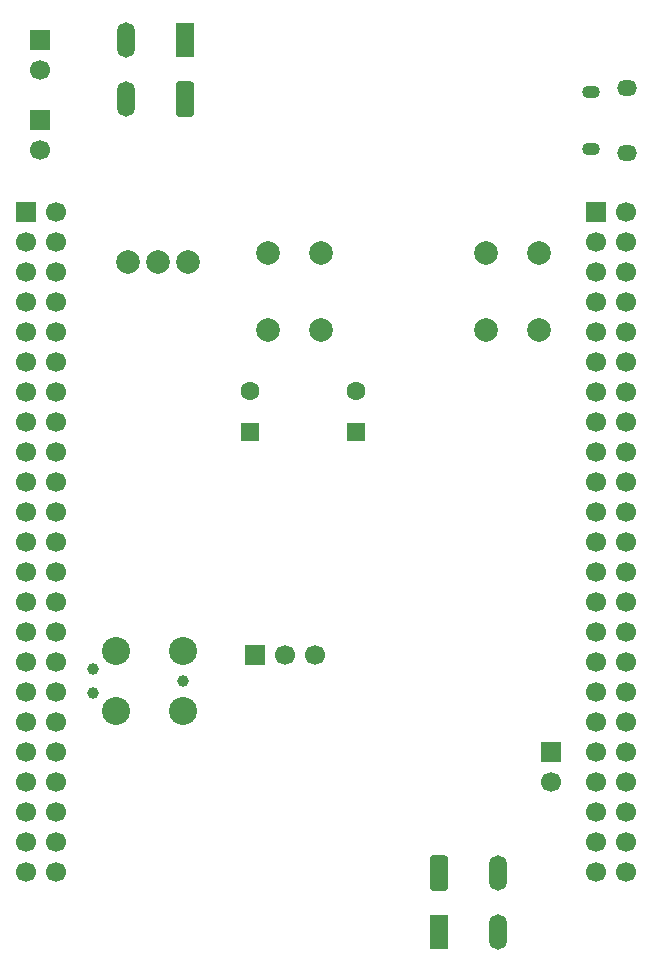
<source format=gbr>
%TF.GenerationSoftware,KiCad,Pcbnew,9.0.6+1*%
%TF.CreationDate,2025-12-05T21:38:12+00:00*%
%TF.ProjectId,com4bbb,636f6d34-6262-4622-9e6b-696361645f70,0.2*%
%TF.SameCoordinates,Original*%
%TF.FileFunction,Soldermask,Bot*%
%TF.FilePolarity,Negative*%
%FSLAX46Y46*%
G04 Gerber Fmt 4.6, Leading zero omitted, Abs format (unit mm)*
G04 Created by KiCad (PCBNEW 9.0.6+1) date 2025-12-05 21:38:12*
%MOMM*%
%LPD*%
G01*
G04 APERTURE LIST*
G04 Aperture macros list*
%AMRoundRect*
0 Rectangle with rounded corners*
0 $1 Rounding radius*
0 $2 $3 $4 $5 $6 $7 $8 $9 X,Y pos of 4 corners*
0 Add a 4 corners polygon primitive as box body*
4,1,4,$2,$3,$4,$5,$6,$7,$8,$9,$2,$3,0*
0 Add four circle primitives for the rounded corners*
1,1,$1+$1,$2,$3*
1,1,$1+$1,$4,$5*
1,1,$1+$1,$6,$7*
1,1,$1+$1,$8,$9*
0 Add four rect primitives between the rounded corners*
20,1,$1+$1,$2,$3,$4,$5,0*
20,1,$1+$1,$4,$5,$6,$7,0*
20,1,$1+$1,$6,$7,$8,$9,0*
20,1,$1+$1,$8,$9,$2,$3,0*%
G04 Aperture macros list end*
%ADD10R,1.700000X1.700000*%
%ADD11C,1.700000*%
%ADD12RoundRect,0.250001X-0.499999X-1.249999X0.499999X-1.249999X0.499999X1.249999X-0.499999X1.249999X0*%
%ADD13R,1.500000X3.000000*%
%ADD14O,1.500000X3.000000*%
%ADD15C,2.000000*%
%ADD16RoundRect,0.250001X0.499999X1.249999X-0.499999X1.249999X-0.499999X-1.249999X0.499999X-1.249999X0*%
%ADD17C,2.374900*%
%ADD18C,0.990600*%
%ADD19RoundRect,0.250000X0.550000X-0.550000X0.550000X0.550000X-0.550000X0.550000X-0.550000X-0.550000X0*%
%ADD20C,1.600000*%
%ADD21O,1.700000X1.350000*%
%ADD22O,1.500000X1.100000*%
G04 APERTURE END LIST*
D10*
%TO.C,P8*%
X164630100Y-62382400D03*
D11*
X167170100Y-62382400D03*
X164630100Y-64922400D03*
X167170100Y-64922400D03*
X164630100Y-67462400D03*
X167170100Y-67462400D03*
X164630100Y-70002400D03*
X167170100Y-70002400D03*
X164630100Y-72542400D03*
X167170100Y-72542400D03*
X164630100Y-75082400D03*
X167170100Y-75082400D03*
X164630100Y-77622400D03*
X167170100Y-77622400D03*
X164630100Y-80162400D03*
X167170100Y-80162400D03*
X164630100Y-82702400D03*
X167170100Y-82702400D03*
X164630100Y-85242400D03*
X167170100Y-85242400D03*
X164630100Y-87782400D03*
X167170100Y-87782400D03*
X164630100Y-90322400D03*
X167170100Y-90322400D03*
X164630100Y-92862400D03*
X167170100Y-92862400D03*
X164630100Y-95402400D03*
X167170100Y-95402400D03*
X164630100Y-97942400D03*
X167170100Y-97942400D03*
X164630100Y-100482400D03*
X167170100Y-100482400D03*
X164630100Y-103022400D03*
X167170100Y-103022400D03*
X164630100Y-105562400D03*
X167170100Y-105562400D03*
X164630100Y-108102400D03*
X167170100Y-108102400D03*
X164630100Y-110642400D03*
X167170100Y-110642400D03*
X164630100Y-113182400D03*
X167170100Y-113182400D03*
X164630100Y-115722400D03*
X167170100Y-115722400D03*
X164630100Y-118262400D03*
X167170100Y-118262400D03*
%TD*%
D10*
%TO.C,P9*%
X116370100Y-62382400D03*
D11*
X118910100Y-62382400D03*
X116370100Y-64922400D03*
X118910100Y-64922400D03*
X116370100Y-67462400D03*
X118910100Y-67462400D03*
X116370100Y-70002400D03*
X118910100Y-70002400D03*
X116370100Y-72542400D03*
X118910100Y-72542400D03*
X116370100Y-75082400D03*
X118910100Y-75082400D03*
X116370100Y-77622400D03*
X118910100Y-77622400D03*
X116370100Y-80162400D03*
X118910100Y-80162400D03*
X116370100Y-82702400D03*
X118910100Y-82702400D03*
X116370100Y-85242400D03*
X118910100Y-85242400D03*
X116370100Y-87782400D03*
X118910100Y-87782400D03*
X116370100Y-90322400D03*
X118910100Y-90322400D03*
X116370100Y-92862400D03*
X118910100Y-92862400D03*
X116370100Y-95402400D03*
X118910100Y-95402400D03*
X116370100Y-97942400D03*
X118910100Y-97942400D03*
X116370100Y-100482400D03*
X118910100Y-100482400D03*
X116370100Y-103022400D03*
X118910100Y-103022400D03*
X116370100Y-105562400D03*
X118910100Y-105562400D03*
X116370100Y-108102400D03*
X118910100Y-108102400D03*
X116370100Y-110642400D03*
X118910100Y-110642400D03*
X116370100Y-113182400D03*
X118910100Y-113182400D03*
X116370100Y-115722400D03*
X118910100Y-115722400D03*
X116370100Y-118262400D03*
X118910100Y-118262400D03*
%TD*%
D12*
%TO.C,J101*%
X151370100Y-118382400D03*
D13*
X151370100Y-123382400D03*
D14*
X156370100Y-118382400D03*
X156370100Y-123382400D03*
%TD*%
D15*
%TO.C,SW101*%
X155370100Y-72382400D03*
X155370100Y-65882400D03*
X159870100Y-72382400D03*
X159870100Y-65882400D03*
%TD*%
%TO.C,SW102*%
X136870100Y-72382400D03*
X136870100Y-65882400D03*
X141370100Y-72382400D03*
X141370100Y-65882400D03*
%TD*%
D16*
%TO.C,J102*%
X129870100Y-52882400D03*
D13*
X129870100Y-47882400D03*
D14*
X124870100Y-52882400D03*
X124870100Y-47882400D03*
%TD*%
D15*
%TO.C,U102*%
X130160100Y-66632400D03*
X127620100Y-66632400D03*
X125080100Y-66632400D03*
%TD*%
D17*
%TO.C,J202*%
X129740100Y-104688400D03*
D18*
X129740100Y-102148400D03*
D17*
X129740100Y-99608400D03*
X124025100Y-104688400D03*
X124025100Y-99608400D03*
D18*
X122120100Y-103164400D03*
X122120100Y-101132400D03*
%TD*%
D19*
%TO.C,C103*%
X135370100Y-81035051D03*
D20*
X135370100Y-77535051D03*
%TD*%
D10*
%TO.C,J103*%
X117620100Y-54607400D03*
D11*
X117620100Y-57147400D03*
%TD*%
D10*
%TO.C,J104*%
X117620100Y-47857400D03*
D11*
X117620100Y-50397400D03*
%TD*%
D19*
%TO.C,C104*%
X144370100Y-81035051D03*
D20*
X144370100Y-77535051D03*
%TD*%
D21*
%TO.C,J201*%
X167250100Y-57412400D03*
D22*
X164250100Y-57102400D03*
X164250100Y-52262400D03*
D21*
X167250100Y-51952400D03*
%TD*%
D10*
%TO.C,J105*%
X160870100Y-108107400D03*
D11*
X160870100Y-110647400D03*
%TD*%
D10*
%TO.C,JP203*%
X135830100Y-99882400D03*
D11*
X138370100Y-99882400D03*
X140910100Y-99882400D03*
%TD*%
M02*

</source>
